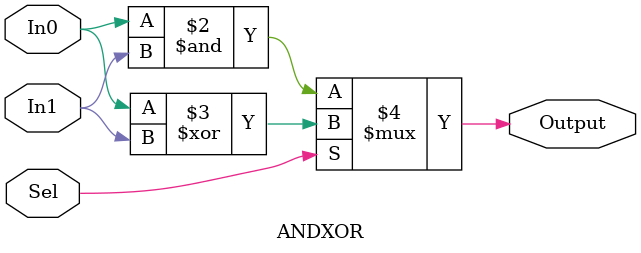
<source format=v>
module ANDXOR (Output, In0, In1, Sel);

 output Output;
 input In0, In1, Sel;
 wire Output;
 
 //if Sel=0 => AND, if Sel=1 => XOR
 assign Output = (Sel == 1'b0) ? In0&In1 : In0^In1;
 
endmodule

</source>
